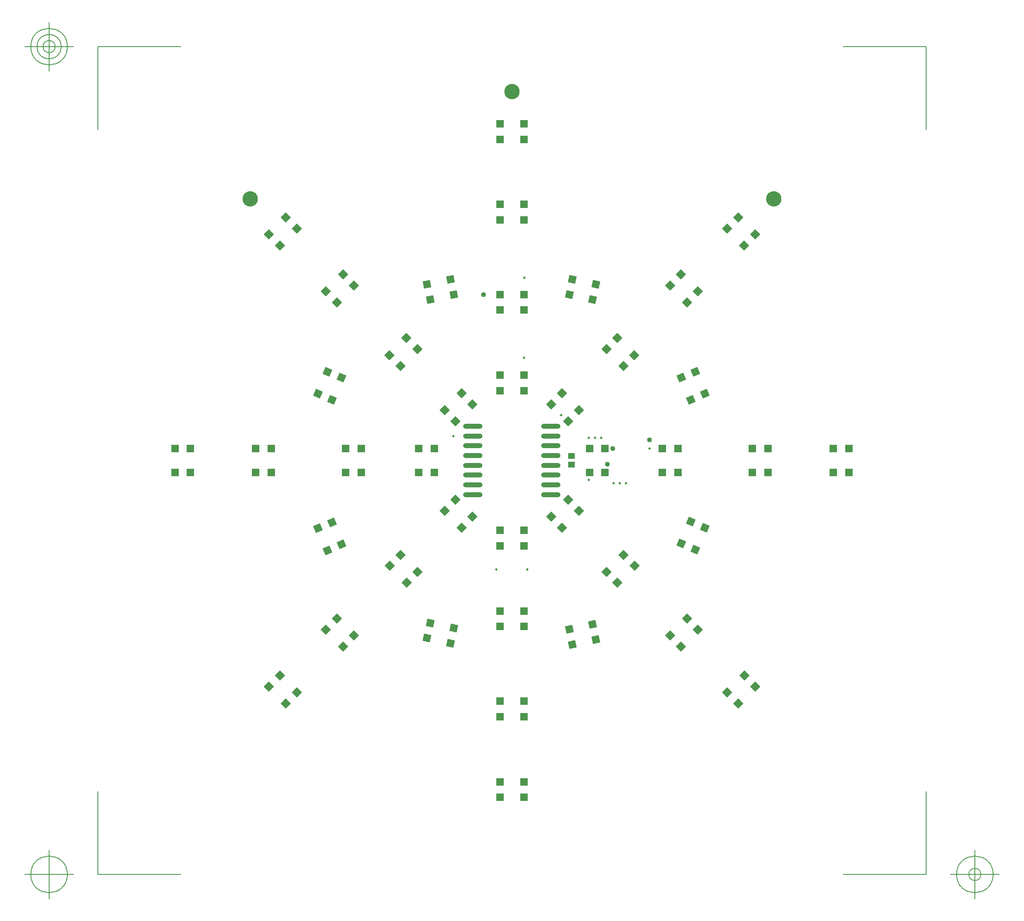
<source format=gbr>
G04 Generated by Ultiboard 14.1 *
%FSLAX24Y24*%
%MOIN*%

%ADD10C,0.0001*%
%ADD11C,0.0050*%
%ADD12R,0.0600X0.0600*%
%ADD13C,0.1240*%
%ADD14C,0.0200*%
%ADD15C,0.0400*%
%ADD16O,0.1575X0.0394*%
%ADD17P,0.0848X4X89*%
%ADD18R,0.0571X0.0453*%
%ADD19P,0.0848X4X33*%
%ADD20P,0.0848X4X57*%
%ADD21P,0.0848X4X68*%
%ADD22P,0.0848X4X22*%
%ADD23P,0.0848X4X56*%


G04 ColorRGB FF00CC for the following layer *
%LNSolder Mask Top*%
%LPD*%
G54D10*
G54D11*
X-100Y-100D02*
X-100Y6587D01*
X-100Y-100D02*
X6586Y-100D01*
X66764Y-100D02*
X60078Y-100D01*
X66764Y-100D02*
X66764Y6587D01*
X66764Y66767D02*
X66764Y60080D01*
X66764Y66767D02*
X60078Y66767D01*
X-100Y66767D02*
X6586Y66767D01*
X-100Y66767D02*
X-100Y60080D01*
X-2069Y-100D02*
X-6006Y-100D01*
X-4037Y-2069D02*
X-4037Y1869D01*
X-5513Y-100D02*
G75*
D01*
G02X-5513Y-100I1476J0*
G01*
X68733Y-100D02*
X72670Y-100D01*
X70701Y-2069D02*
X70701Y1869D01*
X69225Y-100D02*
G75*
D01*
G02X69225Y-100I1476J0*
G01*
X70209Y-100D02*
G75*
D01*
G02X70209Y-100I492J0*
G01*
X-2069Y66767D02*
X-6006Y66767D01*
X-4037Y64798D02*
X-4037Y68735D01*
X-5513Y66767D02*
G75*
D01*
G02X-5513Y66767I1476J0*
G01*
X-5021Y66767D02*
G75*
D01*
G02X-5021Y66767I984J0*
G01*
X-4529Y66767D02*
G75*
D01*
G02X-4529Y66767I492J0*
G01*
G54D12*
X32360Y40230D03*
X32360Y38980D03*
X34300Y38980D03*
X34300Y40230D03*
X32360Y46750D03*
X32360Y45500D03*
X34300Y45500D03*
X34300Y46750D03*
X32360Y54020D03*
X32360Y52770D03*
X34300Y52770D03*
X34300Y54020D03*
X32360Y60530D03*
X32360Y59280D03*
X34300Y59280D03*
X34300Y60530D03*
X39585Y32370D03*
X40835Y32370D03*
X39585Y34310D03*
X40835Y34310D03*
X45480Y32370D03*
X46730Y32370D03*
X45480Y34310D03*
X46730Y34310D03*
X32360Y6130D03*
X34300Y6130D03*
X32360Y7380D03*
X34300Y7380D03*
X32360Y12650D03*
X34300Y12650D03*
X32360Y13900D03*
X34300Y13900D03*
X32360Y19920D03*
X34300Y19920D03*
X32360Y21170D03*
X34300Y21170D03*
X32360Y26440D03*
X34300Y26440D03*
X32360Y27690D03*
X34300Y27690D03*
X6130Y32370D03*
X7380Y32370D03*
X6130Y34310D03*
X7380Y34310D03*
X12650Y32370D03*
X13900Y32370D03*
X12650Y34310D03*
X13900Y34310D03*
X19910Y32370D03*
X21160Y32370D03*
X19910Y34310D03*
X21160Y34310D03*
X25805Y32370D03*
X27055Y32370D03*
X25805Y34310D03*
X27055Y34310D03*
X52750Y32370D03*
X54000Y32370D03*
X52750Y34310D03*
X54000Y34310D03*
X59280Y32370D03*
X60530Y32370D03*
X59280Y34310D03*
X60530Y34310D03*
G54D13*
X12190Y54460D03*
X33330Y63130D03*
X54460Y54460D03*
G54D14*
X27890Y37410D03*
X32350Y40230D03*
X46740Y34310D03*
X48900Y27920D03*
X43210Y24820D03*
X48340Y19680D03*
X52970Y15080D03*
X15060Y13700D03*
X18420Y26080D03*
X17660Y38730D03*
X26470Y47580D03*
X41840Y43230D03*
X38212Y47973D03*
X60530Y34310D03*
X19900Y32370D03*
X28350Y18590D03*
X38740Y29270D03*
X29270Y27900D03*
X32360Y60530D03*
X32360Y54020D03*
X39580Y32370D03*
X51586Y52968D03*
X32350Y59280D03*
X52960Y51590D03*
X14580Y50700D03*
X34300Y60530D03*
X50670Y52090D03*
X60520Y32370D03*
X59270Y34320D03*
X51590Y13700D03*
X52090Y15960D03*
X32340Y6120D03*
X40040Y35170D03*
X52750Y34310D03*
X46980Y18310D03*
X40540Y35170D03*
X39540Y35170D03*
X25805Y32370D03*
X37376Y38768D03*
X34300Y26440D03*
X23442Y41846D03*
X48146Y40517D03*
X40109Y18875D03*
X34300Y19920D03*
X24824Y23452D03*
X12650Y32370D03*
X18312Y46986D03*
X46976Y48358D03*
X54000Y34310D03*
X34300Y12650D03*
X19684Y18312D03*
X6130Y32370D03*
X13702Y51596D03*
X34300Y6130D03*
X47450Y20590D03*
X32360Y12650D03*
X7390Y32360D03*
X15070Y52970D03*
X34290Y7380D03*
X13690Y15080D03*
X20560Y19210D03*
X6110Y34330D03*
X34290Y13910D03*
X18290Y19690D03*
X28590Y35310D03*
X34580Y24520D03*
X32080Y24520D03*
X25800Y34310D03*
X13910Y32370D03*
X19690Y48360D03*
X19190Y46100D03*
X34320Y54020D03*
X32340Y52770D03*
X48350Y46990D03*
X46080Y47480D03*
X54000Y32360D03*
X36120Y31360D03*
X36420Y31370D03*
X37050Y31370D03*
X36730Y31370D03*
X27050Y34310D03*
X30140Y37880D03*
X34290Y38980D03*
X37300Y37000D03*
X36490Y28790D03*
X32350Y27690D03*
X28770Y30150D03*
X21160Y34300D03*
X19560Y40030D03*
X25700Y42330D03*
X28610Y46740D03*
X34290Y45490D03*
X39850Y46340D03*
X42320Y40950D03*
X47750Y38240D03*
X45470Y32370D03*
X46980Y26630D03*
X40950Y24350D03*
X37940Y19690D03*
X32360Y21170D03*
X26720Y20210D03*
X24340Y25700D03*
X18810Y28320D03*
X13900Y34310D03*
X20560Y47470D03*
X34300Y52780D03*
X47460Y46100D03*
X52750Y32370D03*
X46080Y19200D03*
X32360Y13900D03*
X19200Y20570D03*
X7380Y34310D03*
X15960Y52080D03*
X34300Y59280D03*
X52070Y50700D03*
X59280Y32380D03*
X50700Y14570D03*
X32360Y7380D03*
X14580Y15960D03*
X34310Y41645D03*
X34320Y48096D03*
X39540Y31760D03*
X44440Y34297D03*
X42540Y31510D03*
X42040Y31500D03*
X41540Y31500D03*
G54D15*
X41460Y34310D03*
X31050Y46750D03*
X38130Y33700D03*
X41040Y33030D03*
X44430Y35010D03*
G54D16*
X30180Y36096D03*
X30180Y35309D03*
X30180Y34521D03*
X30180Y33734D03*
X30180Y32946D03*
X30180Y32159D03*
X30180Y31371D03*
X30180Y30584D03*
X36480Y36096D03*
X36480Y35309D03*
X36480Y34521D03*
X36480Y33734D03*
X36480Y32946D03*
X36480Y32159D03*
X36480Y31371D03*
X36480Y30584D03*
G54D17*
X29264Y27902D03*
X30148Y28786D03*
X27892Y29274D03*
X28776Y30158D03*
X37376Y27902D03*
X36492Y28786D03*
X38748Y29274D03*
X37864Y30158D03*
X28776Y36512D03*
X27892Y37396D03*
X30148Y37884D03*
X29264Y38768D03*
X37864Y36512D03*
X38748Y37396D03*
X36492Y37884D03*
X37376Y38768D03*
X15074Y13702D03*
X15958Y14586D03*
X13702Y15074D03*
X14586Y15958D03*
X51596Y13702D03*
X50712Y14586D03*
X52968Y15074D03*
X52084Y15958D03*
X19684Y18312D03*
X20568Y19196D03*
X18312Y19684D03*
X19196Y20568D03*
X46976Y18312D03*
X46092Y19196D03*
X48348Y19684D03*
X47464Y20568D03*
X24824Y23452D03*
X23452Y24824D03*
X25708Y24336D03*
X24336Y25708D03*
X41846Y23452D03*
X40962Y24336D03*
X43218Y24824D03*
X42334Y25708D03*
X24326Y40962D03*
X23442Y41846D03*
X25698Y42334D03*
X24814Y43218D03*
X42324Y40962D03*
X43208Y41846D03*
X40952Y42334D03*
X41836Y43218D03*
X19196Y46102D03*
X18312Y46986D03*
X20568Y47474D03*
X19684Y48358D03*
X47464Y46102D03*
X48348Y46986D03*
X46092Y47474D03*
X46976Y48358D03*
X14586Y50712D03*
X13702Y51596D03*
X15958Y52084D03*
X15074Y52968D03*
X52074Y50712D03*
X52958Y51596D03*
X50702Y52084D03*
X51586Y52968D03*
G54D18*
X38130Y32987D03*
X38130Y33696D03*
G54D19*
X28369Y18582D03*
X26471Y18985D03*
X28629Y19805D03*
X26731Y20208D03*
X37952Y46750D03*
X39850Y46347D03*
X40110Y47570D03*
X38212Y47973D03*
G54D20*
X38211Y18472D03*
X40109Y18875D03*
X37951Y19695D03*
X39849Y20098D03*
G54D21*
X18424Y26071D03*
X19574Y26559D03*
X17666Y27857D03*
X18816Y28345D03*
X47754Y38243D03*
X48904Y38731D03*
X46996Y40029D03*
X48146Y40517D03*
G54D22*
X48146Y26131D03*
X46996Y26619D03*
X48904Y27917D03*
X47754Y28405D03*
X18816Y38243D03*
X17666Y38731D03*
X18424Y40517D03*
X19574Y40029D03*
G54D23*
X26731Y46347D03*
X28629Y46750D03*
X26471Y47570D03*
X28369Y47973D03*

M02*

</source>
